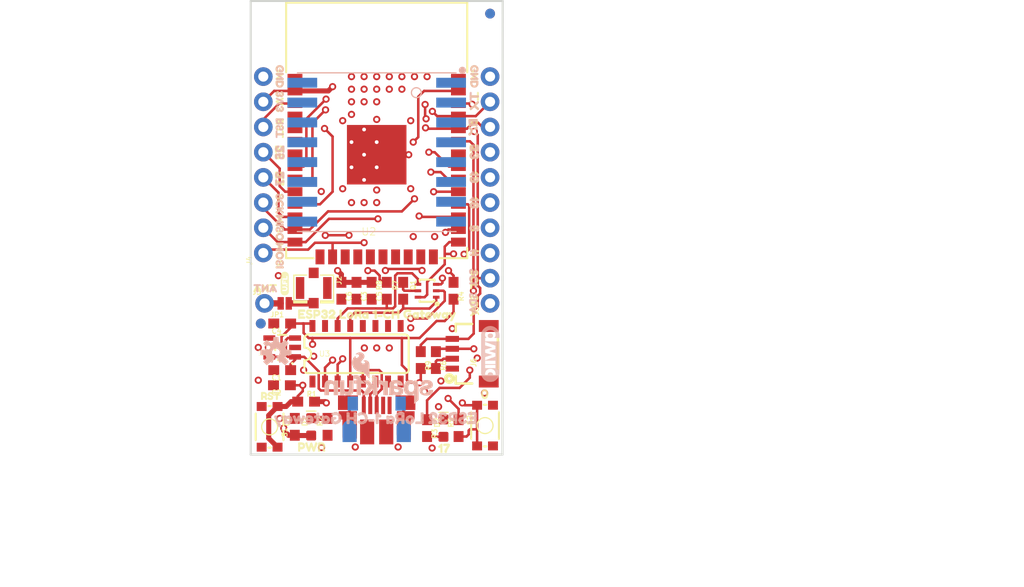
<source format=kicad_pcb>
(kicad_pcb (version 20211014) (generator pcbnew)
  (layers (0 "F.Cu" signal) (1 "In1.Cu" signal) (2 "In2.Cu" signal) (31 "B.Cu" signal) (34 "B.Paste" user) (35 "F.Paste" user) (36 "B.SilkS" user "B.Silkscreen") (37 "F.SilkS" user "F.Silkscreen") (38 "B.Mask" user) (39 "F.Mask" user) (44 "Edge.Cuts" user))
  (net 0 "")
  (net 1 "3.3V")
  (net 2 "RESET")
  (net 3 "GND")
  (net 4 "0")
  (net 5 "SDA")
  (net 6 "SCL")
  (net 7 "N$10")
  (net 8 "N$12")
  (net 9 "RFM_RST")
  (net 10 "ANT")
  (net 11 "RFM_DIO1/33")
  (net 12 "~{DTR}")
  (net 13 "TXO")
  (net 14 "RXI")
  (net 15 "D-")
  (net 16 "D+")
  (net 17 "V_USB")
  (net 18 "N$2")
  (net 19 "~{RTS}")
  (net 20 "RFM_DIO2/32")
  (net 21 "RFM_INT/26")
  (net 22 "MISO")
  (net 23 "MOSI")
  (net 24 "SCK")
  (net 25 "RFM_CS")
  (net 26 "IO25")
  (net 27 "IO27")
  (net 28 "IO19")
  (net 29 "IO18")
  (net 30 "IO5")
  (net 31 "IO23")
  (net 32 "IO4")
  (net 33 "IO17")
  (net 34 "N$1")
  (net 35 "SHIELD")
  (net 36 "N$3")
  (footprint "boardEagle:0603" (layer "F.Cu") (at 138.9761 119.3546 180)
    (fp_text reference "C1")
    (fp_text value "1.0uF")
  )
  (footprint "boardEagle:1722" (layer "F.Cu") (at 153.8986 127.2286)
    (fp_text reference "U$23" hide)
    (fp_text value "" hide)
  )
  (footprint "boardEagle:279" (layer "F.Cu") (at 138.7221 98.5266 -90)
    (fp_text reference "U$5" hide)
    (fp_text value "" hide)
  )
  (footprint "boardEagle:MOSI5" (layer "F.Cu") (at 138.7221 105.7656 -90)
    (fp_text reference "U$8" hide)
    (fp_text value "" hide)
  )
  (footprint "boardEagle:0603" (layer "F.Cu") (at 149.5171 111.3536 90)
    (fp_text reference "R8")
    (fp_text value "10k")
  )
  (footprint "boardEagle:410" (layer "F.Cu") (at 158.3436 106.3371 -90)
    (fp_text reference "U$17" hide)
    (fp_text value "" hide)
  )
  (footprint "" (layer "F.Cu") (at 137.0711 110.0836)
    (fp_text reference "@HOLE0" hide)
    (fp_text value "")
  )
  (footprint "boardEagle:1912" (layer "F.Cu") (at 158.3436 98.5266 -90)
    (fp_text reference "U$14" hide)
    (fp_text value "" hide)
  )
  (footprint "boardEagle:ESP-WROOM-32-NARROW" (layer "F.Cu") (at 148.5011 96.3676 90)
    (fp_text reference "U2")
    (fp_text value "ESP-WROOM-32NARROW")
  )
  (footprint "boardEagle:SCL8" (layer "F.Cu") (at 158.3436 108.5596 -90)
    (fp_text reference "U$18" hide)
    (fp_text value "" hide)
  )
  (footprint "boardEagle:FIDUCIAL-1X2" (layer "F.Cu") (at 159.9311 83.4136)
    (fp_text reference "FD3" hide)
    (fp_text value "FIDUCIAL1X2" hide)
  )
  (footprint "boardEagle:ESP32_LORA_1#CH_GATEWAY21" (layer "F.Cu") (at 139.7381 113.7031)
    (fp_text reference "U$25" hide)
    (fp_text value "" hide)
  )
  (footprint "boardEagle:0603" (layer "F.Cu") (at 153.5811 125.1966 -90)
    (fp_text reference "R3")
    (fp_text value "1k")
  )
  (footprint "boardEagle:2517" (layer "F.Cu") (at 138.7221 95.8596 -90)
    (fp_text reference "U$4" hide)
    (fp_text value "" hide)
  )
  (footprint "boardEagle:ANT6" (layer "F.Cu") (at 135.3185 111.0996)
    (fp_text reference "U$9" hide)
    (fp_text value "" hide)
  )
  (footprint "boardEagle:LED-0603" (layer "F.Cu") (at 141.8971 125.0696 90)
    (fp_text reference "D1")
    (fp_text value "RED")
  )
  (footprint "boardEagle:0603" (layer "F.Cu") (at 147.9931 111.3536 -90)
    (fp_text reference "C5")
    (fp_text value "10uF")
  )
  (footprint "boardEagle:SOT23-5" (layer "F.Cu") (at 138.9761 117.0686 90)
    (fp_text reference "U1")
    (fp_text value "3.3V")
  )
  (footprint "boardEagle:1X01_NO_SILK" (layer "F.Cu") (at 137.1981 112.6236)
    (fp_text reference "J3")
    (fp_text value "")
  )
  (footprint "boardEagle:1X08_NO_SILK" (layer "F.Cu") (at 137.0711 107.5436 90)
    (fp_text reference "J4")
    (fp_text value "")
  )
  (footprint "boardEagle:020" (layer "F.Cu") (at 158.2166 121.7676)
    (fp_text reference "U$21" hide)
    (fp_text value "" hide)
  )
  (footprint "boardEagle:MISO4" (layer "F.Cu") (at 138.7221 102.9716 -90)
    (fp_text reference "U$7" hide)
    (fp_text value "" hide)
  )
  (footprint "boardEagle:513" (layer "F.Cu") (at 158.3436 103.9241 -90)
    (fp_text reference "U$16" hide)
    (fp_text value "" hide)
  )
  (footprint "boardEagle:CREATIVE_COMMONS" (layer "F.Cu") (at 130.8481 137.7696)
    (fp_text reference "FRAME1" hide)
    (fp_text value "FRAME-LETTER" hide)
  )
  (footprint "boardEagle:3V31" (layer "F.Cu") (at 138.7221 90.5256 -90)
    (fp_text reference "U$2" hide)
    (fp_text value "" hide)
  )
  (footprint "boardEagle:0603" (layer "F.Cu") (at 146.4691 111.3536 -90)
    (fp_text reference "C3")
    (fp_text value "0.1uF")
  )
  (footprint "boardEagle:0603" (layer "F.Cu") (at 140.2461 125.0696 90)
    (fp_text reference "C7")
    (fp_text value "0.1uF")
  )
  (footprint "boardEagle:0603" (layer "F.Cu") (at 141.3891 122.5296)
    (fp_text reference "R1")
    (fp_text value "10k")
  )
  (footprint "boardEagle:0603" (layer "F.Cu") (at 144.9451 111.3536 -90)
    (fp_text reference "C6")
    (fp_text value "4.7uF")
  )
  (footprint "boardEagle:TACTILE_SWITCH_SMD_4.6X2.8MM" (layer "F.Cu") (at 137.7061 125.0696 -90)
    (fp_text reference "S1")
    (fp_text value "RESET")
  )
  (footprint "boardEagle:1X04_1MM_RA" (layer "F.Cu") (at 156.1211 117.7036 90)
    (fp_text reference "J6")
    (fp_text value "QWIIC")
  )
  (footprint "boardEagle:SMT-JUMPER_2_NO_NO-SILK" (layer "F.Cu") (at 139.2301 112.6236 180)
    (fp_text reference "JP1")
    (fp_text value "Ant Sel")
  )
  (footprint "boardEagle:0603" (layer "F.Cu") (at 152.9461 118.3386 -90)
    (fp_text reference "R9")
    (fp_text value "2.2k")
  )
  (footprint "boardEagle:SCK3" (layer "F.Cu") (at 138.7221 100.8761 -90)
    (fp_text reference "U$6" hide)
    (fp_text value "" hide)
  )
  (footprint "boardEagle:SO016" (layer "F.Cu") (at 146.4691 117.7036)
    (fp_text reference "U3")
    (fp_text value "CH340C")
  )
  (footprint "boardEagle:1811" (layer "F.Cu") (at 158.3436 101.0666 -90)
    (fp_text reference "U$15" hide)
    (fp_text value "" hide)
  )
  (footprint "boardEagle:0603" (layer "F.Cu") (at 156.2481 111.3536 -90)
    (fp_text reference "R4")
    (fp_text value "10k")
  )
  (footprint "boardEagle:2314" (layer "F.Cu") (at 158.3436 95.7961 -90)
    (fp_text reference "U$13" hide)
    (fp_text value "" hide)
  )
  (footprint "boardEagle:0603" (layer "F.Cu") (at 156.7561 125.1966 90)
    (fp_text reference "R5")
    (fp_text value "10k")
  )
  (footprint "boardEagle:SDA7" (layer "F.Cu") (at 158.3436 111.0996 -90)
    (fp_text reference "U$19" hide)
    (fp_text value "" hide)
  )
  (footprint "boardEagle:0603" (layer "F.Cu") (at 154.4701 118.3386 -90)
    (fp_text reference "R6")
    (fp_text value "2.2k")
  )
  (footprint "boardEagle:LED-0603" (layer "F.Cu") (at 155.2321 125.1966 90)
    (fp_text reference "D2")
    (fp_text value "BLUE")
  )
  (footprint "boardEagle:USB-MICROB-PTH-MILL" (layer "F.Cu") (at 148.5011 122.9106)
    (fp_text reference "J1")
    (fp_text value "USB")
  )
  (footprint "boardEagle:GND0" (layer "F.Cu") (at 158.3436 87.9221 -90)
    (fp_text reference "U$10" hide)
    (fp_text value "" hide)
  )
  (footprint "boardEagle:FIDUCIAL-1X2" (layer "F.Cu") (at 136.8171 114.6556)
    (fp_text reference "FD2" hide)
    (fp_text value "FIDUCIAL1X2" hide)
  )
  (footprint "boardEagle:0603" (layer "F.Cu") (at 151.1681 111.3536 90)
    (fp_text reference "R7")
    (fp_text value "10k")
  )
  (footprint "boardEagle:0603" (layer "F.Cu") (at 138.9507 120.8786 180)
    (fp_text reference "C2")
    (fp_text value "0.1uF")
  )
  (footprint "boardEagle:0603" (layer "F.Cu") (at 143.5481 125.0696 90)
    (fp_text reference "R2")
    (fp_text value "1k")
  )
  (footprint "boardEagle:PWR19" (layer "F.Cu") (at 139.7381 127.1016)
    (fp_text reference "U$22" hide)
    (fp_text value "" hide)
  )
  (footprint "boardEagle:RST2" (layer "F.Cu") (at 136.1186 121.9581)
    (fp_text reference "U$20" hide)
    (fp_text value "" hide)
  )
  (footprint "boardEagle:GND0" (layer "F.Cu") (at 138.7221 87.9221 -90)
    (fp_text reference "U$1" hide)
    (fp_text value "" hide)
  )
  (footprint "boardEagle:RST2" (layer "F.Cu") (at 138.7221 93.2561 -90)
    (fp_text reference "U$3" hide)
    (fp_text value "" hide)
  )
  (footprint "boardEagle:TACTILE_SWITCH_SMD_4.6X2.8MM" (layer "F.Cu") (at 159.4231 124.9426 90)
    (fp_text reference "S2")
    (fp_text value "0")
  )
  (footprint "boardEagle:SC70-6" (layer "F.Cu") (at 153.5811 111.3536 90)
    (fp_text reference "Q1")
    (fp_text value "MBT3904DW1T1")
  )
  (footprint "boardEagle:1X10_NO_SILK" (layer "F.Cu") (at 159.9311 112.6236 90)
    (fp_text reference "J5")
    (fp_text value "")
  )
  (footprint "boardEagle:TX16" (layer "F.Cu") (at 158.3436 90.5256 -90)
    (fp_text reference "U$11" hide)
    (fp_text value "" hide)
  )
  (footprint "boardEagle:REVISION" (layer "F.Cu") (at 142.2781 140.8176)
    (fp_text reference "LOGO1" hide)
    (fp_text value "REVISION" hide)
  )
  (footprint "boardEagle:U.FL" (layer "F.Cu") (at 142.1511 111.0742 -90)
    (fp_text reference "J2")
    (fp_text value "U.FL")
  )
  (footprint "boardEagle:RX15" (layer "F.Cu") (at 158.2166 93.1926 -90)
    (fp_text reference "U$12" hide)
    (fp_text value "" hide)
  )
  (footprint "boardEagle:U#FL0" (layer "F.Cu") (at 139.2301 111.8616 90)
    (fp_text reference "U$24" hide)
    (fp_text value "" hide)
  )
  (footprint "boardEagle:0603" (layer "F.Cu") (at 138.9761 114.6556 180)
    (fp_text reference "C4")
    (fp_text value "1.0uF")
  )
  (footprint "boardEagle:ANT6" (layer "B.Cu") (at 139.2047 111.0996 180)
    (fp_text reference "U$36" hide)
    (fp_text value "" hide)
  )
  (footprint "boardEagle:RX15" (layer "B.Cu") (at 158.2166 93.1926 -90)
    (fp_text reference "U$28" hide)
    (fp_text value "" hide)
  )
  (footprint "boardEagle:SCL8" (layer "B.Cu") (at 158.2166 108.4326 -90)
    (fp_text reference "U$34" hide)
    (fp_text value "" hide)
  )
  (footprint "boardEagle:ESP32_LORA_1#CH_GATEWAY23" (layer "B.Cu") (at 159.6771 124.1806 180)
    (fp_text reference "U$45" hide)
    (fp_text value "" hide)
  )
  (footprint "boardEagle:1912" (layer "B.Cu") (at 158.3436 98.5266 -90)
    (fp_text reference "U$30" hide)
    (fp_text value "" hide)
  )
  (footprint "boardEagle:FIDUCIAL-1X2" (layer "B.Cu") (at 159.9311 83.4136 180)
    (fp_text reference "FD1" hide)
    (fp_text value "FIDUCIAL1X2" hide)
  )
  (footprint "boardEagle:513" (layer "B.Cu") (at 158.3436 103.9241 -90)
    (fp_text reference "U$32" hide)
    (fp_text value "" hide)
  )
  (footprint "boardEagle:2314" (layer "B.Cu") (at 158.3436 95.7961 -90)
    (fp_text reference "U$29" hide)
    (fp_text value "" hide)
  )
  (footprint "boardEagle:3V31" (layer "B.Cu") (at 138.7221 90.5256 -90)
    (fp_text reference "U$38" hide)
    (fp_text value "" hide)
  )
  (footprint "boardEagle:QWIIC_COPYRIGHT_SMALL" (layer "B.Cu") (at 159.9311 117.7036 -90)
    (fp_text reference "U$46" hide)
    (fp_text value "" hide)
  )
  (footprint "boardEagle:SCK3" (layer "B.Cu") (at 138.7221 100.8761 -90)
    (fp_text reference "U$42" hide)
    (fp_text value "" hide)
  )
  (footprint "boardEagle:OSHW-LOGO-S" (layer "B.Cu") (at 138.3411 117.5766 180)
    (fp_text reference "LOGO3" hide)
    (fp_text value "OSHW-LOGOS" hide)
  )
  (footprint "boardEagle:GND0" (layer "B.Cu") (at 158.3436 87.9221 -90)
    (fp_text reference "U$26" hide)
    (fp_text value "" hide)
  )
  (footprint "boardEagle:TX16" (layer "B.Cu") (at 158.3436 90.5256 -90)
    (fp_text reference "U$27" hide)
    (fp_text value "" hide)
  )
  (footprint "boardEagle:279" (layer "B.Cu") (at 138.7221 98.5266 -90)
    (fp_text reference "U$41" hide)
    (fp_text value "" hide)
  )
  (footprint "boardEagle:1811" (layer "B.Cu") (at 158.3436 101.0666 -90)
    (fp_text reference "U$31" hide)
    (fp_text value "" hide)
  )
  (footprint "boardEagle:RST2" (layer "B.Cu") (at 138.7221 93.2561 -90)
    (fp_text reference "U$39" hide)
    (fp_text value "" hide)
  )
  (footprint "boardEagle:FIDUCIAL-1X2" (layer "B.Cu") (at 136.8171 114.6556 180)
    (fp_text reference "FD4" hide)
    (fp_text value "FIDUCIAL1X2" hide)
  )
  (footprint "boardEagle:GND0" (layer "B.Cu") (at 138.7221 87.9221 -90)
    (fp_text reference "U$37" hide)
    (fp_text value "" hide)
  )
  (footprint "boardEagle:SDA7" (layer "B.Cu") (at 158.2166 110.8456 -90)
    (fp_text reference "U$35" hide)
    (fp_text value "" hide)
  )
  (footprint "boardEagle:SFE_LOGO_NAME_FLAME_.1" (layer "B.Cu") (at 154.5971 122.7836 180)
    (fp_text reference "LOGO2" hide)
    (fp_text value "SFE_LOGO_NAME_FLAME.1_INCH" hide)
  )
  (footprint "boardEagle:410" (layer "B.Cu") (at 158.3436 106.3371 -90)
    (fp_text reference "U$33" hide)
    (fp_text value "" hide)
  )
  (footprint "boardEagle:2517" (layer "B.Cu") (at 138.7221 95.8596 -90)
    (fp_text reference "U$40" hide)
    (fp_text value "" hide)
  )
  (footprint "boardEagle:MISO4" (layer "B.Cu") (at 138.7221 102.9716 -90)
    (fp_text reference "U$43" hide)
    (fp_text value "" hide)
  )
  (footprint "boardEagle:MOSI5" (layer "B.Cu") (at 138.7221 105.7656 -90)
    (fp_text reference "U$44" hide)
    (fp_text value "" hide)
  )
  (footprint "boardEagle:RFM95_96_97_98W" (layer "B.Cu") (at 148.5011 97.3836 180)
    (fp_text reference "U4" hide)
    (fp_text value "RFM95W" hide)
  )
  (gr_line (start 161.1811 127.8636) (end 161.2011 82.1436) (layer "Edge.Cuts") (width 0.2032))
  (gr_line (start 135.8011 82.1436) (end 135.8011 127.8636) (layer "Edge.Cuts") (width 0.2032))
  (gr_line (start 161.2011 82.1436) (end 135.8011 82.1436) (layer "Edge.Cuts") (width 0.2032))
  (gr_line (start 135.8011 127.8636) (end 161.1811 127.8636) (layer "Edge.Cuts") (width 0.2032))
  (segment (start 155.09635 118.3434) (end 155.23615 118.2036) (width 0.254) (layer "F.Cu") (net 1))
  (segment (start 152.9461 119.1886) (end 154.4701 119.1886) (width 0.254) (layer "F.Cu") (net 1))
  (segment (start 142.0241 116.1186) (end 145.8341 116.1186) (width 0.254) (layer "F.Cu") (net 1))
  (segment (start 151.0411 118.8466) (end 151.0411 116.1186) (width 0.254) (layer "F.Cu") (net 1))
  (segment (start 145.8341 116.1186) (end 151.0411 116.1186) (width 0.254) (layer "F.Cu") (net 1))
  (segment (start 155.23615 118.2036) (end 156.1211 118.2036) (width 0.254) (layer "F.Cu") (net 1))
  (segment (start 139.1421 125.4506) (end 139.132731 125.4506) (width 0.508) (layer "F.Cu") (net 1))
  (segment (start 143.2941 122.5296) (end 143.4211 122.6566) (width 0.508) (layer "F.Cu") (net 1))
  (segment (start 154.5361 114.4016) (end 155.3591 114.4016) (width 0.254) (layer "F.Cu") (net 1))
  (segment (start 142.0241 114.9036) (end 141.7761 114.6556) (width 0.254) (layer "F.Cu") (net 1))
  (segment (start 141.8971 125.9466) (end 140.2731 125.9466) (width 0.508) (layer "F.Cu") (net 1))
  (segment (start 144.9451 109.7026) (end 144.5641 109.3216) (width 0.508) (layer "F.Cu") (net 1))
  (segment (start 142.0241 116.1186) (end 141.6431 116.1186) (width 0.254) (layer "F.Cu") (net 1))
  (segment (start 151.0411 116.1186) (end 152.8191 116.1186) (width 0.254) (layer "F.Cu") (net 1))
  (segment (start 138.6611 118.0186) (end 138.9126 117.7671) (width 0.254) (layer "F.Cu") (net 1))
  (segment (start 145.8341 120.5036) (end 145.8341 116.1186) (width 0.254) (layer "F.Cu") (net 1))
  (segment (start 140.2731 125.9466) (end 140.2461 125.9196) (width 0.508) (layer "F.Cu") (net 1))
  (segment (start 154.4701 119.1886) (end 154.4701 118.4704) (width 0.254) (layer "F.Cu") (net 1))
  (segment (start 141.1351 115.6106) (end 141.1351 114.6556) (width 0.254) (layer "F.Cu") (net 1))
  (segment (start 156.7561 124.3466) (end 156.7561 123.2662) (width 0.254) (layer "F.Cu") (net 1))
  (segment (start 144.9451 110.5036) (end 146.4691 110.5036) (width 0.508) (layer "F.Cu") (net 1))
  (segment (start 141.1351 114.6556) (end 141.0081 114.6556) (width 0.254) (layer "F.Cu") (net 1))
  (segment (start 140.2631 91.2076) (end 138.1671 91.2076) (width 0.254) (layer "F.Cu") (net 1))
  (segment (start 152.8191 120.6246) (end 151.8031 120.6246) (width 0.254) (layer "F.Cu") (net 1))
  (segment (start 141.7761 114.6556) (end 141.1351 114.6556) (width 0.254) (layer "F.Cu") (net 1))
  (segment (start 139.8261 115.0756) (end 139.8261 114.6556) (width 0.254) (layer "F.Cu") (net 1))
  (segment (start 137.676 118.0186) (end 138.6611 118.0186) (width 0.254) (layer "F.Cu") (net 1))
  (segment (start 151.5491 120.3706) (end 151.5491 119.3546) (width 0.254) (layer "F.Cu") (net 1))
  (segment (start 155.3591 114.4016) (end 156.2481 113.5126) (width 0.254) (layer "F.Cu") (net 1))
  (segment (start 151.5491 119.3546) (end 151.0411 118.8466) (width 0.254) (layer "F.Cu") (net 1))
  (segment (start 144.9451 110.5036) (end 144.9451 109.7026) (width 0.508) (layer "F.Cu") (net 1))
  (segment (start 138.1671 91.2076) (end 137.0711 92.3036) (width 0.254) (layer "F.Cu") (net 1))
  (segment (start 154.5971 118.3434) (end 155.09635 118.3434) (width 0.254) (layer "F.Cu") (net 1))
  (segment (start 140.2631 91.2076) (end 143.6281 91.2076) (width 0.508) (layer "F.Cu") (net 1))
  (segment (start 141.6431 116.1186) (end 141.1351 115.6106) (width 0.254) (layer "F.Cu") (net 1))
  (segment (start 156.7561 123.2662) (end 155.698171 122.208272) (width 0.254) (layer "F.Cu") (net 1))
  (segment (start 140.2461 125.9196) (end 139.6111 125.9196) (width 0.508) (layer "F.Cu") (net 1))
  (segment (start 139.132731 125.4506) (end 139.132731 125.1966) (width 0.508) (layer "F.Cu") (net 1))
  (segment (start 138.9126 117.7671) (end 138.9126 115.9891) (width 0.254) (layer "F.Cu") (net 1))
  (segment (start 139.8261 114.6556) (end 141.0081 114.6556) (width 0.254) (layer "F.Cu") (net 1))
  (segment (start 151.8031 120.6246) (end 151.5491 120.3706) (width 0.254) (layer "F.Cu") (net 1))
  (segment (start 152.9461 120.4976) (end 152.8191 120.6246) (width 0.254) (layer "F.Cu") (net 1))
  (segment (start 142.0241 116.1186) (end 142.0241 116.7384) (width 0.254) (layer "F.Cu") (net 1))
  (segment (start 154.4701 118.4704) (end 154.5971 118.3434) (width 0.254) (layer "F.Cu") (net 1))
  (segment (start 152.9461 119.1886) (end 152.9461 120.4976) (width 0.254) (layer "F.Cu") (net 1))
  (segment (start 156.2481 113.5126) (end 156.2481 112.2036) (width 0.254) (layer "F.Cu") (net 1))
  (segment (start 143.6281 91.2076) (end 144.0561 90.7796) (width 0.508) (layer "F.Cu") (net 1))
  (segment (start 142.0241 116.7384) (end 142.0368 116.7511) (width 0.254) (layer "F.Cu") (net 1))
  (segment (start 152.8191 116.1186) (end 154.5361 114.4016) (width 0.254) (layer "F.Cu") (net 1))
  (segment (start 139.6111 125.9196) (end 139.1421 125.4506) (width 0.508) (layer "F.Cu") (net 1))
  (segment (start 138.9126 115.9891) (end 139.8261 115.0756) (width 0.254) (layer "F.Cu") (net 1))
  (segment (start 142.2391 122.5296) (end 143.2941 122.5296) (width 0.508) (layer "F.Cu") (net 1))
  (segment (start 146.4691 110.5036) (end 147.9931 110.5036) (width 0.508) (layer "F.Cu") (net 1))
  (via blind (at 144.5641 109.3216) (size 0.7366) (drill 0.381) (layers "F.Cu" "In1.Cu") (net 1))
  (via blind (at 155.698171 122.208272) (size 0.7366) (drill 0.381) (layers "F.Cu" "In1.Cu") (net 1))
  (via blind (at 142.0368 116.7511) (size 0.7366) (drill 0.381) (layers "F.Cu" "In1.Cu") (net 1))
  (via blind (at 152.8191 120.6246) (size 0.7366) (drill 0.381) (layers "F.Cu" "In1.Cu") (net 1))
  (via blind (at 144.0561 90.7796) (size 0.7366) (drill 0.381) (layers "F.Cu" "In1.Cu") (net 1))
  (via blind (at 143.4211 122.6566) (size 0.7366) (drill 0.381) (layers "F.Cu" "In1.Cu") (net 1))
  (via blind (at 139.132731 125.1966) (size 0.7366) (drill 0.381) (layers "F.Cu" "In1.Cu") (net 1))
  (segment (start 138.5061 127.1196) (end 137.6171 126.2306) (width 0.508) (layer "F.Cu") (net 2))
  (segment (start 137.6171 126.2306) (end 137.6171 123.9086) (width 0.508) (layer "F.Cu") (net 2))
  (segment (start 149.531 109.1575) (end 152.9207 109.1575) (width 0.254) (layer "F.Cu") (net 2))
  (segment (start 143.3322 105.7529) (end 143.3195 105.7656) (width 0.254) (layer "F.Cu") (net 2))
  (segment (start 149.3786 109.3099) (end 149.531 109.1575) (width 0.254) (layer "F.Cu") (net 2))
  (segment (start 154.9781 110.7036) (end 154.5011 110.7036) (width 0.254) (layer "F.Cu") (net 2))
  (segment (start 145.7071 105.7529) (end 143.3322 105.7529) (width 0.254) (layer "F.Cu") (net 2))
  (segment (start 137.0711 94.0816) (end 137.0711 94.8436) (width 0.254) (layer "F.Cu") (net 2))
  (segment (start 138.5061 123.0196) (end 139.3751 123.0196) (width 0.508) (layer "F.Cu") (net 2))
  (segment (start 140.5391 121.9826) (end 141.0471 121.4746) (width 0.254) (layer "F.Cu") (net 2))
  (segment (start 140.5391 122.5296) (end 140.5391 121.9826) (width 0.254) (layer "F.Cu") (net 2))
  (segment (start 152.9207 109.1575) (end 153.0731 109.3099) (width 0.254) (layer "F.Cu") (net 2))
  (segment (start 138.6751 92.4776) (end 137.0711 94.0816) (width 0.254) (layer "F.Cu") (net 2))
  (segment (start 141.0471 121.4746) (end 141.0471 120.8786) (width 0.254) (layer "F.Cu") (net 2))
  (segment (start 139.8007 120.8786) (end 141.0471 120.8786) (width 0.254) (layer "F.Cu") (net 2))
  (segment (start 155.1258 110.0836) (end 155.1258 110.5559) (width 0.254) (layer "F.Cu") (net 2))
  (segment (start 139.8651 122.5296) (end 139.3751 123.0196) (width 0.508) (layer "F.Cu") (net 2))
  (segment (start 140.5391 122.5296) (end 139.8651 122.5296) (width 0.508) (layer "F.Cu") (net 2))
  (segment (start 137.6171 123.9086) (end 138.5061 123.0196) (width 0.508) (layer "F.Cu") (net 2))
  (segment (start 140.2631 92.4776) (end 138.6751 92.4776) (width 0.254) (layer "F.Cu") (net 2))
  (segment (start 155.1258 110.5559) (end 154.9781 110.7036) (width 0.254) (layer "F.Cu") (net 2))
  (via blind (at 153.0731 109.3099) (size 0.7366) (drill 0.381) (layers "F.Cu" "In1.Cu") (net 2))
  (via blind (at 141.0471 120.8786) (size 0.7366) (drill 0.381) (layers "F.Cu" "In1.Cu") (net 2))
  (via blind (at 149.3786 109.3099) (size 0.7366) (drill 0.381) (layers "F.Cu" "In1.Cu") (net 2))
  (via blind (at 143.3195 105.7656) (size 0.7366) (drill 0.381) (layers "F.Cu" "In1.Cu") (net 2))
  (via blind (at 155.1258 110.0836) (size 0.7366) (drill 0.381) (layers "F.Cu" "In1.Cu") (net 2))
  (via blind (at 145.7071 105.7529) (size 0.7366) (drill 0.381) (layers "F.Cu" "In1.Cu") (net 2))
  (via blind (at 148.5011 94.0816) (size 0.7366) (drill 0.381) (layers "F.Cu" "In1.Cu") (net 3))
  (via blind (at 147.2311 91.0336) (size 0.7366) (drill 0.381) (layers "F.Cu" "In1.Cu") (net 3))
  (via blind (at 147.2311 92.3036) (size 0.7366) (drill 0.381) (layers "F.Cu" "In1.Cu") (net 3))
  (via blind (at 145.0721 94.2086) (size 0.7366) (drill 0.381) (layers "F.Cu" "In1.Cu") (net 3))
  (via blind (at 145.9611 93.5736) (size 0.7366) (drill 0.381) (layers "F.Cu" "In1.Cu") (net 3))
  (via blind (at 151.9301 115.0874) (size 0.7366) (drill 0.381) (layers "F.Cu" "In1.Cu") (net 3))
  (via blind (at 145.9611 91.0336) (size 0.7366) (drill 0.381) (layers "F.Cu" "In1.Cu") (net 3))
  (via blind (at 151.9301 94.2086) (size 0.7366) (drill 0.381) (layers "F.Cu" "In1.Cu") (net 3))
  (via blind (at 147.2311 97.6376) (size 0.7366) (drill 0.381) (layers "F.Cu" "In1.Cu") (net 3))
  (via blind (at 138.5951 109.8296) (size 0.7366) (drill 0.381) (layers "F.Cu" "In1.Cu") (net 3))
  (via blind (at 154.0891 127.2032) (size 0.7366) (drill 0.381) (layers "F.Cu" "In1.Cu") (net 3))
  (via blind (at 145.9611 92.3036) (size 0.7366) (drill 0.381) (layers "F.Cu" "In1.Cu") (net 3))
  (via blind (at 138.7221 124.2314) (size 0.7366) (drill 0.381) (layers "F.Cu" "In1.Cu") (net 3))
  (via blind (at 151.0411 89.7636) (size 0.7366) (drill 0.381) (layers "F.Cu" "In1.Cu") (net 3))
  (via blind (at 148.5011 89.7636) (size 0.7366) (drill 0.381) (layers "F.Cu" "In1.Cu") (net 3))
  (via blind (at 145.9611 96.3676) (size 0.7366) (drill 0.381) (layers "F.Cu" "In1.Cu") (net 3))
  (via blind (at 136.5631 120.3706) (size 0.7366) (drill 0.381) (layers "F.Cu" "In1.Cu") (net 3))
  (via blind (at 152.3111 89.7636) (size 0.7366) (drill 0.381) (layers "F.Cu" "In1.Cu") (net 3))
  (via blind (at 154.3431 105.8926) (size 0.7366) (drill 0.381) (layers "F.Cu" "In1.Cu") (net 3))
  (via blind (at 158.6357 118.1354) (size 0.7366) (drill 0.381) (layers "F.Cu" "In1.Cu") (net 3))
  (via blind (at 159.3723 121.666) (size 0.7366) (drill 0.381) (layers "F.Cu" "In1.Cu") (net 3))
  (via blind (at 147.2311 102.4636) (size 0.7366) (drill 0.381) (layers "F.Cu" "In1.Cu") (net 3))
  (via blind (at 151.7269 97.6376) (size 0.7366) (drill 0.381) (layers "F.Cu" "In1.Cu") (net 3))
  (via blind (at 147.2565 117.1194) (size 0.7366) (drill 0.381) (layers "F.Cu" "In1.Cu") (net 3))
  (via blind (at 141.1351 119.3546) (size 0.7366) (drill 0.381) (layers "F.Cu" "In1.Cu") (net 3))
  (via blind (at 145.9611 89.7636) (size 0.7366) (drill 0.381) (layers "F.Cu" "In1.Cu") (net 3))
  (via blind (at 149.7711 89.7636) (size 0.7366) (drill 0.381) (layers "F.Cu" "In1.Cu") (net 3))
  (via blind (at 148.5011 101.1936) (size 0.7366) (drill 0.381) (layers "F.Cu" "In1.Cu") (net 3))
  (via blind (at 145.9611 102.4636) (size 0.7366) (drill 0.381) (layers "F.Cu" "In1.Cu") (net 3))
  (via blind (at 142.9131 101.346) (size 0.7366) (drill 0.381) (layers "F.Cu" "In1.Cu") (net 3))
  (via blind (at 151.0411 91.0336) (size 0.7366) (drill 0.381) (layers "F.Cu" "In1.Cu") (net 3))
  (via blind (at 153.5811 89.7636) (size 0.7366) (drill 0.381) (layers "F.Cu" "In1.Cu") (net 3))
  (via blind (at 142.9385 127.1524) (size 0.7366) (drill 0.381) (layers "F.Cu" "In1.Cu") (net 3))
  (via blind (at 142.1511 117.9576) (size 0.7366) (drill 0.381) (layers "F.Cu" "In1.Cu") (net 3))
  (via blind (at 148.5011 102.4636) (size 0.7366) (drill 0.381) (layers "F.Cu" "In1.Cu") (net 3))
  (via blind (at 148.5011 91.0336) (size 0.7366) (drill 0.381) (layers "F.Cu" "In1.Cu") (net 3))
  (via blind (at 149.7711 117.1194) (size 0.7366) (drill 0.381) (layers "F.Cu" "In1.Cu") (net 3))
  (via blind (at 145.9611 98.9076) (size 0.7366) (drill 0.381) (layers "F.Cu" "In1.Cu") (net 3))
  (via blind (at 148.5011 92.3036) (size 0.7366) (drill 0.381) (layers "F.Cu" "In1.Cu") (net 3))
  (via blind (at 147.2311 100.1776) (size 0.7366) (drill 0.381) (layers "F.Cu" "In1.Cu") (net 3))
  (via blind (at 154.7368 123.0376) (size 0.7366) (drill 0.381) (layers "F.Cu" "In1.Cu") (net 3))
  (via blind (at 153.3271 121.5136) (size 0.7366) (drill 0.381) (layers "F.Cu" "In1.Cu") (net 3))
  (via blind (at 145.0721 101.0666) (size 0.7366) (drill 0.381) (layers "F.Cu" "In1.Cu") (net 3))
  (via blind (at 147.2311 95.0976) (size 0.7366) (drill 0.381) (layers "F.Cu" "In1.Cu") (net 3))
  (via blind (at 156.1211 115.1636) (size 0.7366) (drill 0.381) (layers "F.Cu" "In1.Cu") (net 3))
  (via blind (at 137.5791 117.0686) (size 0.7366) (drill 0.381) (layers "F.Cu" "In1.Cu") (net 3))
  (via blind (at 154.9781 120.4468) (size 0.7366) (drill 0.381) (layers "F.Cu" "In1.Cu") (net 3))
  (via blind (at 147.2311 89.7636) (size 0.7366) (drill 0.381) (layers "F.Cu" "In1.Cu") (net 3))
  (via blind (at 149.7711 91.0336) (size 0.7366) (drill 0.381) (layers "F.Cu" "In1.Cu") (net 3))
  (via blind (at 148.5011 96.3676) (size 0.7366) (drill 0.381) (layers "F.Cu" "In1.Cu") (net 3))
  (via blind (at 136.5631 117.0686) (size 0.7366) (drill 0.381) (layers "F.Cu" "In1.Cu") (net 3))
  (via blind (at 152.1841 105.8926) (size 0.7366) (drill 0.381) (layers "F.Cu" "In1.Cu") (net 3))
  (via blind (at 148.5011 98.9076) (size 0.7366) (drill 0.381) (layers "F.Cu" "In1.Cu") (net 3))
  (via blind (at 151.9301 101.0666) (size 0.7366) (drill 0.381) (layers "F.Cu" "In1.Cu") (net 3))
  (via blind (at 148.5011 117.1194) (size 0.7366) (drill 0.381) (layers "F.Cu" "In1.Cu") (net 3))
  (segment (start 155.3591 106.9086) (end 155.3591 107.6706) (width 0.254) (layer "F.Cu") (net 4))
  (segment (start 158.6231 125.3236) (end 157.8991 125.3236) (width 0.254) (layer "F.Cu") (net 4))
  (segment (start 153.5886 111.7421) (end 153.5886 110.4571) (width 0.254) (layer "F.Cu") (net 4))
  (segment (start 155.8201 106.4476) (end 156.7391 106.4476) (width 0.254) (layer "F.Cu") (net 4))
  (segment (start 155.389915 107.639785) (end 156.2481 107.639785) (width 0.254) (layer "F.Cu") (net 4))
  (segment (start 155.3591 107.6706) (end 155.3591 108.6866) (width 0.254) (layer "F.Cu") (net 4))
  (segment (start 153.5886 110.4571) (end 155.3591 108.6866) (width 0.254) (layer "F.Cu") (net 4))
  (segment (start 155.3591 107.6706) (end 155.389915 107.639785) (width 0.254) (layer "F.Cu") (net 4))
  (segment (start 157.5571 126.0466) (end 156.7561 126.0466) (width 0.254) (layer "F.Cu") (net 4))
  (segment (start 157.8991 125.3236) (end 157.7721 125.4506) (width 0.254) (layer "F.Cu") (net 4))
  (segment (start 157.7721 125.8316) (end 157.5571 126.0466) (width 0.254) (layer "F.Cu") (net 4))
  (segment (start 152.6611 112.0036) (end 153.3271 112.0036) (width 0.254) (layer "F.Cu") (net 4))
  (segment (start 158.6231 122.8926) (end 157.3731 122.8926) (width 0.254) (layer "F.Cu") (net 4))
  (segment (start 158.6231 122.8926) (end 158.6231 125.3236) (width 0.254) (layer "F.Cu") (net 4))
  (segment (start 153.3271 112.0036) (end 153.5886 111.7421) (width 0.254) (layer "F.Cu") (net 4))
  (segment (start 155.8201 106.4476) (end 155.3591 106.9086) (width 0.254) (layer "F.Cu") (net 4))
  (segment (start 158.6231 126.9926) (end 158.6231 125.3236) (width 0.254) (layer "F.Cu") (net 4))
  (segment (start 157.3731 122.8926) (end 157.1371 122.6566) (width 0.254) (layer "F.Cu") (net 4))
  (segment (start 157.7721 125.4506) (end 157.7721 125.8316) (width 0.254) (layer "F.Cu") (net 4))
  (via blind (at 156.2481 107.639785) (size 0.7366) (drill 0.381) (layers "F.Cu" "In1.Cu") (net 4))
  (via blind (at 157.1371 122.6566) (size 0.7366) (drill 0.381) (layers "F.Cu" "In1.Cu") (net 4))
  (segment (start 156.1211 117.2036) (end 154.7551 117.2036) (width 0.254) (layer "F.Cu") (net 5))
  (segment (start 157.8991 96.2876) (end 156.7391 96.2876) (width 0.254) (layer "F.Cu") (net 5))
  (segment (start 158.2547 111.3536) (end 158.2547 96.6432) (width 0.254) (layer "F.Cu") (net 5))
  (segment (start 158.2547 96.6432) (end 157.8991 96.2876) (width 0.254) (layer "F.Cu") (net 5))
  (segment (start 156.1211 117.2036) (end 158.2928 117.2036) (width 0.254) (layer "F.Cu") (net 5))
  (segment (start 154.7551 117.2036) (end 154.4701 117.4886) (width 0.254) (layer "F.Cu") (net 5))
  (via blind (at 158.2547 111.3536) (size 0.7366) (drill 0.381) (layers "F.Cu" "In1.Cu") (net 5))
  (via blind (at 158.2928 117.2036) (size 0.7366) (drill 0.381) (layers "F.Cu" "In1.Cu") (net 5))
  (segment (start 153.5571 116.2036) (end 156.1211 116.2036) (width 0.254) (layer "F.Cu") (net 6))
  (segment (start 152.9461 117.4886) (end 152.9461 116.8146) (width 0.254) (layer "F.Cu") (net 6))
  (segment (start 158.0434 92.4776) (end 158.1234 92.5576) (width 0.254) (layer "F.Cu") (net 6))
  (segment (start 152.9461 116.8146) (end 153.5571 116.2036) (width 0.254) (layer "F.Cu") (net 6))
  (segment (start 156.7391 92.4776) (end 158.0434 92.4776) (width 0.254) (layer "F.Cu") (net 6))
  (segment (start 158.6865 110.833488) (end 158.9278 111.074788) (width 0.254) (layer "F.Cu") (net 6))
  (segment (start 158.6865 112.9538) (end 158.2801 113.3602) (width 0.254) (layer "F.Cu") (net 6))
  (segment (start 156.1211 116.2036) (end 157.7481 116.2036) (width 0.254) (layer "F.Cu") (net 6))
  (segment (start 158.6865 95.639932) (end 158.6865 110.0836) (width 0.254) (layer "F.Cu") (net 6))
  (segment (start 158.9278 111.074788) (end 158.9278 111.632413) (width 0.254) (layer "F.Cu") (net 6))
  (segment (start 158.9278 111.632413) (end 158.6865 111.873713) (width 0.254) (layer "F.Cu") (net 6))
  (segment (start 158.2801 113.3602) (end 158.2801 115.6716) (width 0.254) (layer "F.Cu") (net 6))
  (segment (start 158.339134 95.292566) (end 158.6865 95.639932) (width 0.254) (layer "F.Cu") (net 6))
  (segment (start 158.2801 115.6716) (end 157.7481 116.2036) (width 0.254) (layer "F.Cu") (net 6))
  (segment (start 159.9311 110.0836) (end 158.6865 110.0836) (width 0.254) (layer "F.Cu") (net 6))
  (segment (start 158.6865 110.0836) (end 158.6865 110.833488) (width 0.254) (layer "F.Cu") (net 6))
  (segment (start 158.6865 111.873713) (end 158.6865 112.9538) (width 0.254) (layer "F.Cu") (net 6))
  (via blind (at 158.1234 92.5576) (size 0.7366) (drill 0.381) (layers "F.Cu" "In1.Cu") (net 6))
  (via blind (at 158.339134 95.292566) (size 0.7366) (drill 0.381) (layers "F.Cu" "In1.Cu") (net 6))
  (segment (start 152.6611 111.3536) (end 151.79915 111.3536) (width 0.254) (layer "F.Cu") (net 7))
  (segment (start 151.79915 111.3536) (end 151.79435 111.3488) (width 0.254) (layer "F.Cu") (net 7))
  (segment (start 151.2903 111.3488) (end 151.1681 111.2266) (width 0.254) (layer "F.Cu") (net 7))
  (segment (start 151.79435 111.3488) (end 151.2903 111.3488) (width 0.254) (layer "F.Cu") (net 7))
  (segment (start 151.1681 111.2266) (end 151.1681 110.5036) (width 0.254) (layer "F.Cu") (net 7))
  (segment (start 151.9301 114.1476) (end 153.5811 114.1476) (width 0.254) (layer "F.Cu") (net 8))
  (segment (start 153.5811 114.1476) (end 155.3591 112.3696) (width 0.254) (layer "F.Cu") (net 8))
  (segment (start 148.7979 110.2106) (end 148.7979 109.82735) (width 0.254) (layer "F.Cu") (net 8))
  (segment (start 155.3591 112.3696) (end 155.3591 111.4806) (width 0.254) (layer "F.Cu") (net 8))
  (segment (start 149.5171 110.5036) (end 149.0909 110.5036) (width 0.254) (layer "F.Cu") (net 8))
  (segment (start 148.29215 109.3216) (end 147.6121 109.3216) (width 0.254) (layer "F.Cu") (net 8))
  (segment (start 154.5011 111.3536) (end 155.2321 111.3536) (width 0.254) (layer "F.Cu") (net 8))
  (segment (start 148.7979 109.82735) (end 148.29215 109.3216) (width 0.254) (layer "F.Cu") (net 8))
  (segment (start 149.0909 110.5036) (end 148.7979 110.2106) (width 0.254) (layer "F.Cu") (net 8))
  (segment (start 155.3591 111.4806) (end 155.2321 111.3536) (width 0.254) (layer "F.Cu") (net 8))
  (via blind (at 147.6121 109.3216) (size 0.7366) (drill 0.381) (layers "F.Cu" "In1.Cu") (net 8))
  (via blind (at 151.9301 114.1476) (size 0.7366) (drill 0.381) (layers "F.Cu" "In1.Cu") (net 8))
  (segment (start 156.2481 109.8296) (end 156.2481 110.5036) (width 0.254) (layer "F.Cu") (net 9))
  (segment (start 155.7401 109.3216) (end 156.2481 109.8296) (width 0.254) (layer "F.Cu") (net 9))
  (via blind (at 155.7401 109.3216) (size 0.7366) (drill 0.381) (layers "F.Cu" "In1.Cu") (net 9))
  (segment (start 138.8237 112.6236) (end 137.1981 112.6236) (width 0.635) (layer "F.Cu") (net 10))
  (segment (start 142.0241 94.4372) (end 143.3449 93.1164) (width 0.254) (layer "F.Cu") (net 11))
  (segment (start 142.0241 99.9236) (end 142.0241 94.4372) (width 0.254) (layer "F.Cu") (net 11))
  (segment (start 141.8501 100.0976) (end 142.0241 99.9236) (width 0.254) (layer "F.Cu") (net 11))
  (segment (start 140.2631 100.0976) (end 141.8501 100.0976) (width 0.254) (layer "F.Cu") (net 11))
  (via blind (at 143.3449 93.1164) (size 0.7366) (drill 0.381) (layers "F.Cu" "In1.Cu") (net 11))
  (segment (start 153.8224 113.1443) (end 154.5011 112.4656) (width 0.254) (layer "F.Cu") (net 12))
  (segment (start 154.5011 112.4656) (end 154.5011 112.0036) (width 0.254) (layer "F.Cu") (net 12))
  (segment (start 150.749 113.5634) (end 151.1681 113.1443) (width 0.254) (layer "F.Cu") (net 12))
  (segment (start 151.1681 112.2036) (end 151.1681 113.1443) (width 0.254) (layer "F.Cu") (net 12))
  (segment (start 146.2913 113.5634) (end 150.749 113.5634) (width 0.254) (layer "F.Cu") (net 12))
  (segment (start 145.8341 114.0206) (end 146.2913 113.5634) (width 0.254) (layer "F.Cu") (net 12))
  (segment (start 145.8341 114.9036) (end 145.8341 114.0206) (width 0.254) (layer "F.Cu") (net 12))
  (segment (start 151.1681 113.1443) (end 153.8224 113.1443) (width 0.254) (layer "F.Cu") (net 12))
  (segment (start 158.4871 93.7476) (end 159.9311 92.3036) (width 0.254) (layer "F.Cu") (net 13))
  (segment (start 144.5641 118.782513) (end 145.0721 118.274513) (width 0.254) (layer "F.Cu") (net 13))
  (segment (start 154.5933 93.7476) (end 154.1145 93.2688) (width 0.254) (layer "F.Cu") (net 13))
  (segment (start 156.7391 93.7476) (end 154.5933 93.7476) (width 0.254) (layer "F.Cu") (net 13))
  (segment (start 156.7391 93.7476) (end 158.4871 93.7476) (width 0.254) (layer "F.Cu") (net 13))
  (segment (start 145.0721 118.274513) (end 145.0721 118.2116) (width 0.254) (layer "F.Cu") (net 13))
  (segment (start 144.5641 120.5036) (end 144.5641 118.782513) (width 0.254) (layer "F.Cu") (net 13))
  (via blind (at 154.1145 93.2688) (size 0.7366) (drill 0.381) (layers "F.Cu" "In1.Cu") (net 13))
  (via blind (at 145.0721 118.2116) (size 0.7366) (drill 0.381) (layers "F.Cu" "In1.Cu") (net 13))
  (segment (start 143.2941 119.1006) (end 144.0561 118.3386) (width 0.254) (layer "F.Cu") (net 14))
  (segment (start 157.5981 95.0176) (end 158.199443 94.416257) (width 0.254) (layer "F.Cu") (net 14))
  (segment (start 156.7391 95.0176) (end 157.5981 95.0176) (width 0.254) (layer "F.Cu") (net 14))
  (segment (start 158.199443 94.416257) (end 158.723906 94.416257) (width 0.254) (layer "F.Cu") (net 14))
  (segment (start 156.7391 95.0176) (end 153.512587 95.0176) (width 0.254) (layer "F.Cu") (net 14))
  (segment (start 159.15125 94.8436) (end 159.9311 94.8436) (width 0.254) (layer "F.Cu") (net 14))
  (segment (start 153.426087 94.9311) (end 153.512587 95.0176) (width 0.254) (layer "F.Cu") (net 14))
  (segment (start 158.723906 94.416257) (end 159.15125 94.8436) (width 0.254) (layer "F.Cu") (net 14))
  (segment (start 143.2941 120.5036) (end 143.2941 119.1006) (width 0.254) (layer "F.Cu") (net 14))
  (via blind (at 144.0561 118.3386) (size 0.7366) (drill 0.381) (layers "F.Cu" "In1.Cu") (net 14))
  (via blind (at 153.426087 94.9311) (size 0.7366) (drill 0.381) (layers "F.Cu" "In1.Cu") (net 14))
  (segment (start 148.3741 121.2596) (end 148.3741 120.5036) (width 0.254) (layer "F.Cu") (net 15))
  (segment (start 147.8511 121.7826) (end 148.3741 121.2596) (width 0.254) (layer "F.Cu") (net 15))
  (segment (start 147.8511 122.9106) (end 147.8511 121.7826) (width 0.254) (layer "F.Cu") (net 15))
  (segment (start 149.0091 119.6086) (end 148.7551 119.3546) (width 0.254) (layer "F.Cu") (net 16))
  (segment (start 148.5011 122.9106) (end 148.5011 121.7676) (width 0.254) (layer "F.Cu") (net 16))
  (segment (start 148.5011 121.7676) (end 149.0091 121.2596) (width 0.254) (layer "F.Cu") (net 16))
  (segment (start 147.1041 119.6086) (end 147.1041 120.5036) (width 0.254) (layer "F.Cu") (net 16))
  (segment (start 149.0091 121.2596) (end 149.0091 119.6086) (width 0.254) (layer "F.Cu") (net 16))
  (segment (start 148.7551 119.3546) (end 147.3581 119.3546) (width 0.254) (layer "F.Cu") (net 16))
  (segment (start 147.3581 119.3546) (end 147.1041 119.6086) (width 0.254) (layer "F.Cu") (net 16))
  (segment (start 139.3444 116.3193) (end 139.3444 117.8179) (width 0.254) (layer "F.Cu") (net 17))
  (segment (start 139.3444 117.8179) (end 139.5451 118.0186) (width 0.254) (layer "F.Cu") (net 17))
  (segment (start 146.9689 121.4084) (end 142.86785 121.4084) (width 0.254) (layer "F.Cu") (net 17))
  (segment (start 142.6591 121.19965) (end 142.6591 119.4816) (width 0.254) (layer "F.Cu") (net 17))
  (segment (start 139.8261 119.3546) (end 139.8261 118.7586) (width 0.254) (layer "F.Cu") (net 17))
  (segment (start 139.5451 118.0186) (end 140.2762 118.0186) (width 0.254) (layer "F.Cu") (net 17))
  (segment (start 140.2762 118.0186) (end 141.1961 118.0186) (width 0.254) (layer "F.Cu") (net 17))
  (segment (start 140.2762 116.1186) (end 139.5451 116.1186) (width 0.254) (layer "F.Cu") (net 17))
  (segment (start 139.5451 116.1186) (end 139.3444 116.3193) (width 0.254) (layer "F.Cu") (net 17))
  (segment (start 147.2011 121.6406) (end 146.9689 121.4084) (width 0.254) (layer "F.Cu") (net 17))
  (segment (start 140.2762 118.3085) (end 140.2762 118.0186) (width 0.254) (layer "F.Cu") (net 17))
  (segment (start 139.8261 118.7586) (end 140.2762 118.3085) (width 0.254) (layer "F.Cu") (net 17))
  (segment (start 142.86785 121.4084) (end 142.6591 121.19965) (width 0.254) (layer "F.Cu") (net 17))
  (segment (start 141.1961 118.0186) (end 142.6591 119.4816) (width 0.254) (layer "F.Cu") (net 17))
  (segment (start 147.2011 122.9106) (end 147.2011 121.6406) (width 0.254) (layer "F.Cu") (net 17))
  (segment (start 153.6081 126.0736) (end 153.5811 126.0466) (width 0.254) (layer "F.Cu") (net 18))
  (segment (start 155.2321 126.0736) (end 153.6081 126.0736) (width 0.254) (layer "F.Cu") (net 18))
  (segment (start 152.6611 110.7036) (end 152.6611 110.1796) (width 0.254) (layer "F.Cu") (net 19))
  (segment (start 150.60135 109.5893) (end 152.0708 109.5893) (width 0.254) (layer "F.Cu") (net 19))
  (segment (start 150.1521 113.1316) (end 150.3633 112.9204) (width 0.254) (layer "F.Cu") (net 19))
  (segment (start 144.5641 114.1476) (end 145.5801 113.1316) (width 0.254) (layer "F.Cu") (net 19))
  (segment (start 144.5641 114.9036) (end 144.5641 114.1476) (width 0.254) (layer "F.Cu") (net 19))
  (segment (start 149.5171 113.1316) (end 150.1521 113.1316) (width 0.254) (layer "F.Cu") (net 19))
  (segment (start 150.3633 112.9204) (end 150.3633 109.82735) (width 0.254) (layer "F.Cu") (net 19))
  (segment (start 145.5801 113.1316) (end 149.5171 113.1316) (width 0.254) (layer "F.Cu") (net 19))
  (segment (start 152.0708 109.5893) (end 152.6611 110.1796) (width 0.254) (layer "F.Cu") (net 19))
  (segment (start 149.5171 112.2036) (end 149.5171 113.1316) (width 0.254) (layer "F.Cu") (net 19))
  (segment (start 150.3633 109.82735) (end 150.60135 109.5893) (width 0.254) (layer "F.Cu") (net 19))
  (segment (start 141.1351 98.8276) (end 141.4126 98.5501) (width 0.254) (layer "F.Cu") (net 20))
  (segment (start 140.2631 98.8276) (end 141.1351 98.8276) (width 0.254) (layer "F.Cu") (net 20))
  (segment (start 141.4126 98.5501) (end 141.4126 94.018788) (width 0.254) (layer "F.Cu") (net 20))
  (segment (start 141.4126 94.018788) (end 143.3957 92.035688) (width 0.254) (layer "F.Cu") (net 20))
  (via blind (at 143.3957 92.035688) (size 0.7366) (drill 0.381) (layers "F.Cu" "In1.Cu") (net 20))
  (segment (start 144.0561 101.3676) (end 144.0561 95.8088) (width 0.254) (layer "F.Cu") (net 21))
  (segment (start 142.7861 102.6376) (end 144.0561 101.3676) (width 0.254) (layer "F.Cu") (net 21))
  (segment (start 144.0561 95.8088) (end 143.2433 94.996) (width 0.254) (layer "F.Cu") (net 21))
  (segment (start 140.2631 102.6376) (end 142.7861 102.6376) (width 0.254) (layer "F.Cu") (net 21))
  (via blind (at 143.2433 94.996) (size 0.7366) (drill 0.381) (layers "F.Cu" "In1.Cu") (net 21))
  (segment (start 141.340725 106.4476) (end 143.686425 104.1019) (width 0.254) (layer "F.Cu") (net 22))
  (segment (start 140.2631 106.4476) (end 141.340725 106.4476) (width 0.254) (layer "F.Cu") (net 22))
  (segment (start 140.2631 106.4476) (end 138.5151 106.4476) (width 0.254) (layer "F.Cu") (net 22))
  (segment (start 143.686425 104.1019) (end 148.6281 104.1019) (width 0.254) (layer "F.Cu") (net 22))
  (segment (start 138.5151 106.4476) (end 137.0711 105.0036) (width 0.254) (layer "F.Cu") (net 22))
  (via blind (at 148.6281 104.1019) (size 0.7366) (drill 0.381) (layers "F.Cu" "In1.Cu") (net 22))
  (segment (start 142.2781 106.5149) (end 141.5906 107.2024) (width 0.254) (layer "F.Cu") (net 23))
  (segment (start 153.382343 92.5741) (end 153.382343 93.920944) (width 0.254) (layer "F.Cu") (net 23))
  (segment (start 144.0561 106.5149) (end 147.2184 106.5149) (width 0.254) (layer "F.Cu") (net 23))
  (segment (start 153.382343 93.920944) (end 153.4795 94.0181) (width 0.254) (layer "F.Cu") (net 23))
  (segment (start 144.0561 107.9376) (end 144.0561 106.5149) (width 0.254) (layer "F.Cu") (net 23))
  (segment (start 147.2184 106.5149) (end 147.2311 106.5022) (width 0.254) (layer "F.Cu") (net 23))
  (segment (start 141.5906 107.2024) (end 137.4123 107.2024) (width 0.254) (layer "F.Cu") (net 23))
  (segment (start 137.4123 107.2024) (end 137.0711 107.5436) (width 0.254) (layer "F.Cu") (net 23))
  (segment (start 142.2781 106.5149) (end 144.0561 106.5149) (width 0.254) (layer "F.Cu") (net 23))
  (via blind (at 147.2311 106.5022) (size 0.7366) (drill 0.381) (layers "F.Cu" "In1.Cu") (net 23))
  (via blind (at 153.4795 94.0181) (size 0.7366) (drill 0.381) (layers "F.Cu" "In1.Cu") (net 23))
  (via blind (at 153.382343 92.5741) (size 0.7366) (drill 0.381) (layers "F.Cu" "In1.Cu") (net 23))
  (segment (start 139.2301 105.1776) (end 137.0711 103.0186) (width 0.254) (layer "F.Cu") (net 24))
  (segment (start 137.0711 103.0186) (end 137.0711 102.4636) (width 0.254) (layer "F.Cu") (net 24))
  (segment (start 143.5951 103.3526) (end 151.0411 103.3526) (width 0.254) (layer "F.Cu") (net 24))
  (segment (start 140.2631 105.1776) (end 139.2301 105.1776) (width 0.254) (layer "F.Cu") (net 24))
  (segment (start 151.0411 103.3526) (end 152.3111 102.0826) (width 0.254) (layer "F.Cu") (net 24))
  (segment (start 140.2631 105.1776) (end 141.7701 105.1776) (width 0.254) (layer "F.Cu") (net 24))
  (segment (start 141.7701 105.1776) (end 143.5951 103.3526) (width 0.254) (layer "F.Cu") (net 24))
  (via blind (at 152.3111 102.0826) (size 0.7366) (drill 0.381) (layers "F.Cu" "In1.Cu") (net 24))
  (segment (start 152.7768 103.8183) (end 152.8661 103.9076) (width 0.254) (layer "F.Cu") (net 25))
  (segment (start 152.8661 103.9076) (end 156.7391 103.9076) (width 0.254) (layer "F.Cu") (net 25))
  (via blind (at 152.7768 103.8183) (size 0.7366) (drill 0.381) (layers "F.Cu" "In1.Cu") (net 25))
  (segment (start 140.2631 101.3676) (end 139.2771 101.3676) (width 0.254) (layer "F.Cu") (net 26))
  (segment (start 138.7221 100.8126) (end 138.7221 99.0346) (width 0.254) (layer "F.Cu") (net 26))
  (segment (start 138.7221 99.0346) (end 137.0711 97.3836) (width 0.254) (layer "F.Cu") (net 26))
  (segment (start 139.2771 101.3676) (end 138.7221 100.8126) (width 0.254) (layer "F.Cu") (net 26))
  (segment (start 138.5951 101.4476) (end 137.0711 99.9236) (width 0.254) (layer "F.Cu") (net 27))
  (segment (start 139.0231 103.9076) (end 138.5951 103.4796) (width 0.254) (layer "F.Cu") (net 27))
  (segment (start 138.5951 103.4796) (end 138.5951 101.4476) (width 0.254) (layer "F.Cu") (net 27))
  (segment (start 140.2631 103.9076) (end 139.0231 103.9076) (width 0.254) (layer "F.Cu") (net 27))
  (segment (start 155.7871 98.8276) (end 154.3431 97.3836) (width 0.254) (layer "F.Cu") (net 28))
  (segment (start 156.7391 98.8276) (end 155.7871 98.8276) (width 0.254) (layer "F.Cu") (net 28))
  (segment (start 154.3431 97.3836) (end 153.7589 97.3836) (width 0.254) (layer "F.Cu") (net 28))
  (via blind (at 153.7589 97.3836) (size 0.7366) (drill 0.381) (layers "F.Cu" "In1.Cu") (net 28))
  (segment (start 154.9527 99.3902) (end 153.9621 99.3902) (width 0.254) (layer "F.Cu") (net 29))
  (segment (start 156.7391 100.0976) (end 155.6601 100.0976) (width 0.254) (layer "F.Cu") (net 29))
  (segment (start 155.6601 100.0976) (end 154.9527 99.3902) (width 0.254) (layer "F.Cu") (net 29))
  (via blind (at 153.9621 99.3902) (size 0.7366) (drill 0.381) (layers "F.Cu" "In1.Cu") (net 29))
  (segment (start 154.2453 101.3676) (end 154.2415 101.3714) (width 0.254) (layer "F.Cu") (net 30))
  (segment (start 156.7391 101.3676) (end 154.2453 101.3676) (width 0.254) (layer "F.Cu") (net 30))
  (via blind (at 154.2415 101.3714) (size 0.7366) (drill 0.381) (layers "F.Cu" "In1.Cu") (net 30))
  (segment (start 152.1841 96.3676) (end 152.6921 95.8596) (width 0.254) (layer "F.Cu") (net 31))
  (segment (start 152.6921 91.7956) (end 153.2801 91.2076) (width 0.254) (layer "F.Cu") (net 31))
  (segment (start 153.2801 91.2076) (end 156.7391 91.2076) (width 0.254) (layer "F.Cu") (net 31))
  (segment (start 152.6921 95.8596) (end 152.6921 91.7956) (width 0.254) (layer "F.Cu") (net 31))
  (via blind (at 152.1841 96.3676) (size 0.7366) (drill 0.381) (layers "F.Cu" "In1.Cu") (net 31))
  (segment (start 155.7255 105.1776) (end 155.4353 105.4678) (width 0.254) (layer "F.Cu") (net 32))
  (segment (start 156.7391 105.1776) (end 155.7255 105.1776) (width 0.254) (layer "F.Cu") (net 32))
  (via blind (at 155.4353 105.4678) (size 0.7366) (drill 0.381) (layers "F.Cu" "In1.Cu") (net 32))
  (segment (start 157.8229 107.158307) (end 157.8229 102.7684) (width 0.254) (layer "F.Cu") (net 33))
  (segment (start 154.8384 121.1453) (end 153.5811 122.4026) (width 0.254) (layer "F.Cu") (net 33))
  (segment (start 157.6921 102.6376) (end 156.7391 102.6376) (width 0.254) (layer "F.Cu") (net 33))
  (segment (start 157.8864 119.3546) (end 157.8864 120.1166) (width 0.254) (layer "F.Cu") (net 33))
  (segment (start 156.8577 121.1453) (end 154.8384 121.1453) (width 0.254) (layer "F.Cu") (net 33))
  (segment (start 157.310606 107.6706) (end 157.8229 107.158307) (width 0.254) (layer "F.Cu") (net 33))
  (segment (start 157.8229 102.7684) (end 157.6921 102.6376) (width 0.254) (layer "F.Cu") (net 33))
  (segment (start 157.8864 120.1166) (end 156.8577 121.1453) (width 0.254) (layer "F.Cu") (net 33))
  (segment (start 153.5811 122.4026) (end 153.5811 124.3466) (width 0.254) (layer "F.Cu") (net 33))
  (via blind (at 157.8864 119.3546) (size 0.7366) (drill 0.381) (layers "F.Cu" "In1.Cu") (net 33))
  (via blind (at 157.310606 107.6706) (size 0.7366) (drill 0.381) (layers "F.Cu" "In1.Cu") (net 33))
  (segment (start 141.9241 124.2196) (end 141.8971 124.1926) (width 0.508) (layer "F.Cu") (net 34))
  (segment (start 143.5481 124.2196) (end 141.9241 124.2196) (width 0.508) (layer "F.Cu") (net 34))
  (segment (start 145.769681 125.641519) (end 145.769681 122.804182) (width 0.254) (layer "F.Cu") (net 35))
  (segment (start 151.2011 122.8356) (end 151.4011 122.6356) (width 0.254) (layer "F.Cu") (net 35))
  (segment (start 145.769681 122.804182) (end 145.6011 122.6356) (width 0.254) (layer "F.Cu") (net 35))
  (segment (start 151.2011 125.4856) (end 151.2011 122.8356) (width 0.254) (layer "F.Cu") (net 35))
  (via blind (at 146.3421 127.1016) (size 0.7366) (drill 0.381) (layers "F.Cu" "In1.Cu") (net 35))
  (via blind (at 150.6601 127.1016) (size 0.7366) (drill 0.381) (layers "F.Cu" "In1.Cu") (net 35))
  (segment (start 142.1267 112.6236) (end 142.1511 112.5992) (width 0.635) (layer "F.Cu") (net 36))
  (segment (start 139.6365 112.6236) (end 142.1267 112.6236) (width 0.635) (layer "F.Cu") (net 36))
  (segment (start 142.1267 112.6236) (end 142.1267 112.6236) (width 0.635) (layer "F.Cu") (net 36))
)
</source>
